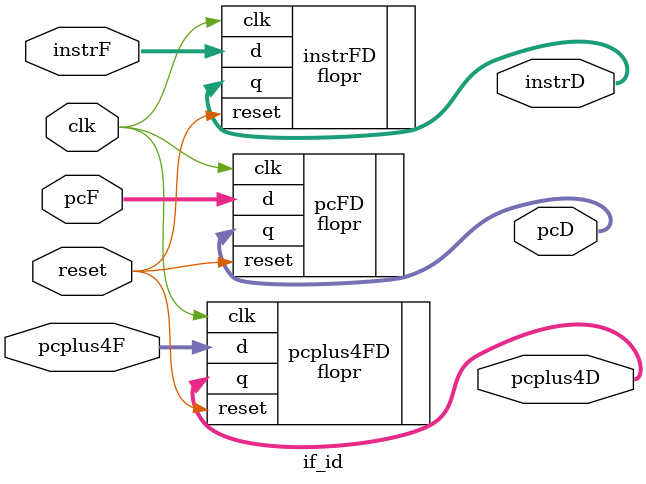
<source format=sv>
`include "flopr.sv"
module if_id(
		input logic clk, reset,
		input logic [31:0] instrF, 
		input logic [31:0] pcF, 
		input logic [31:0] pcplus4F,
		output logic [31:0] instrD,
		output logic [31:0] pcD,
		output logic [31:0] pcplus4D
	);

	flopr #(.WIDTH(32)) instrFD(
		.clk(clk),
		.reset(reset),
		.d(instrF),
		.q(instrD));

	flopr #(.WIDTH(32)) pcFD(
		.clk(clk),
		.reset(reset),
		.d(pcF),
		.q(pcD));

	flopr #(.WIDTH(32)) pcplus4FD(
		.clk(clk),
		.reset(reset),
		.d(pcplus4F),
		.q(pcplus4D));

endmodule

</source>
